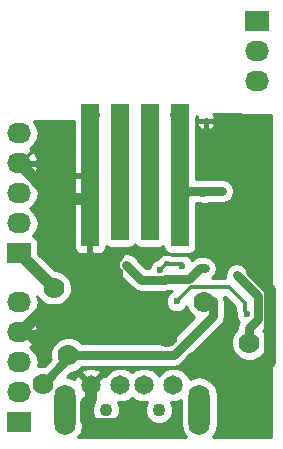
<source format=gbl>
%TF.GenerationSoftware,KiCad,Pcbnew,4.0.7*%
%TF.CreationDate,2018-05-11T17:13:01+01:00*%
%TF.ProjectId,a5v11-mod-01,61357631312D6D6F642D30312E6B6963,rev?*%
%TF.FileFunction,Copper,L2,Bot,Signal*%
%FSLAX46Y46*%
G04 Gerber Fmt 4.6, Leading zero omitted, Abs format (unit mm)*
G04 Created by KiCad (PCBNEW 4.0.7) date Friday, 11 May 2018 'PMt' 17:13:01*
%MOMM*%
%LPD*%
G01*
G04 APERTURE LIST*
%ADD10C,0.100000*%
%ADD11R,2.032000X1.727200*%
%ADD12O,2.032000X1.727200*%
%ADD13C,1.650000*%
%ADD14C,1.100000*%
%ADD15O,1.800000X4.300000*%
%ADD16R,1.500000X12.000000*%
%ADD17R,1.500000X11.500000*%
%ADD18R,0.300000X0.300000*%
%ADD19C,1.500000*%
%ADD20C,0.600000*%
%ADD21C,1.778000*%
%ADD22C,0.304800*%
%ADD23C,1.016000*%
%ADD24C,0.381000*%
%ADD25C,0.762000*%
%ADD26C,0.250000*%
%ADD27C,0.254000*%
G04 APERTURE END LIST*
D10*
D11*
X10612600Y33197400D03*
D12*
X10612600Y30657400D03*
X10612600Y28117400D03*
D11*
X-9597400Y13517400D03*
D12*
X-9597400Y16057400D03*
X-9597400Y18597400D03*
X-9597400Y21137400D03*
X-9597400Y23677400D03*
D11*
X-9597400Y-772600D03*
D12*
X-9597400Y1767400D03*
X-9597400Y4307400D03*
X-9597400Y6847400D03*
X-9597400Y9387400D03*
D13*
X1002600Y2377400D03*
X3502600Y2377400D03*
X-997400Y2377400D03*
X-3497400Y2377400D03*
D14*
X2252600Y277400D03*
X-2247400Y277400D03*
D15*
X-5697400Y277400D03*
X5702600Y277400D03*
D16*
X-3567400Y20127400D03*
X4052600Y20127400D03*
D17*
X1542600Y20377400D03*
X-1057400Y20377400D03*
D18*
X6242600Y24727400D03*
D19*
X3992600Y25227400D03*
X1492600Y25227400D03*
X-1007400Y25227400D03*
X-3507400Y25227400D03*
D20*
X11176000Y20320000D03*
X10414000Y20320000D03*
X10414000Y20320000D03*
X9626600Y20465400D03*
X8356600Y23368000D03*
X7594600Y23368000D03*
X10160000Y14224000D03*
X8890000Y16256000D03*
X5751268Y17616732D03*
X6604000Y23368000D03*
X2252600Y13477400D03*
X10652600Y1177400D03*
D21*
X2919431Y6411973D03*
D20*
X1251929Y8778071D03*
D21*
X5407771Y4383221D03*
D20*
X56880Y9336332D03*
X-7347400Y5227400D03*
D21*
X-6768355Y17296912D03*
D20*
X-3597400Y13327400D03*
X-1947400Y13309857D03*
X-1197400Y13309857D03*
D21*
X9921752Y5958248D03*
D20*
X8852600Y11677400D03*
X-481902Y12536732D03*
X6152600Y12240400D03*
X1711207Y20513461D03*
X-734253Y21448261D03*
X2361276Y12122590D03*
X4255266Y12467400D03*
X9712600Y8417400D03*
X3772598Y9467400D03*
D21*
X6096000Y9398000D03*
D20*
X6004600Y18567400D03*
X6832600Y18796000D03*
X7620000Y18796000D03*
D21*
X-5397400Y4927400D03*
X-6651714Y10571714D03*
X-7565400Y2479340D03*
D22*
X7594600Y23368000D02*
X8356600Y23368000D01*
D23*
X10668000Y3302000D02*
X6488992Y3302000D01*
X6488992Y3302000D02*
X5407771Y4383221D01*
X11684000Y4318000D02*
X10668000Y3302000D01*
X11684000Y10414000D02*
X11684000Y4318000D01*
X10160000Y11938000D02*
X11684000Y10414000D01*
X10160000Y14224000D02*
X10160000Y11938000D01*
D24*
X5751268Y17616732D02*
X7529268Y17616732D01*
X7529268Y17616732D02*
X8890000Y16256000D01*
D25*
X1352600Y7953136D02*
X1251929Y8053807D01*
X1251929Y8053807D02*
X1251929Y8353807D01*
X1251929Y8353807D02*
X1251929Y8778071D01*
D22*
X-5262200Y24277400D02*
X-6305000Y24277400D01*
X-6305000Y24277400D02*
X-9445000Y21137400D01*
X-9445000Y21137400D02*
X-9597400Y21137400D01*
X-5062200Y24477400D02*
X-5262200Y24277400D01*
D23*
X-3567400Y18127400D02*
X-5937867Y18127400D01*
X-5937867Y18127400D02*
X-6768355Y17296912D01*
X-1057801Y-933001D02*
X2600Y127400D01*
X-3897400Y-622600D02*
X-3586999Y-933001D01*
X-3586999Y-933001D02*
X-1057801Y-933001D01*
X-3897400Y810674D02*
X-3897400Y-622600D01*
X-3497400Y2377400D02*
X-3497400Y1210674D01*
X-3497400Y1210674D02*
X-3897400Y810674D01*
X-6768355Y17296912D02*
X-6768355Y18308355D01*
X-6768355Y18308355D02*
X-9597400Y21137400D01*
X-3567400Y15077400D02*
X-3567400Y18127400D01*
D22*
X56880Y9336332D02*
X-927461Y10320673D01*
X-927461Y10320673D02*
X-927461Y12012410D01*
X-927461Y12012410D02*
X-1167712Y12252661D01*
X-1167712Y12252661D02*
X-1167712Y13280169D01*
X-1167712Y13280169D02*
X-1197400Y13309857D01*
D25*
X-8967400Y6847400D02*
X-7347400Y5227400D01*
D23*
X-5780257Y8727000D02*
X-1197400Y13309857D01*
X-7565400Y8727000D02*
X-5780257Y8727000D01*
X-9445000Y6847400D02*
X-7565400Y8727000D01*
X-9597400Y6847400D02*
X-9445000Y6847400D01*
D25*
X-9597400Y6847400D02*
X-8967400Y6847400D01*
D22*
X1952600Y13777400D02*
X2252600Y13477400D01*
X-729857Y13777400D02*
X1952600Y13777400D01*
X-1197400Y13309857D02*
X-729857Y13777400D01*
D25*
X9921752Y7215483D02*
X9921752Y5958248D01*
X10642589Y9887411D02*
X10642589Y7936320D01*
X8852600Y11677400D02*
X10642589Y9887411D01*
X10642589Y7936320D02*
X9921752Y7215483D01*
X765641Y11289189D02*
X-181903Y12236733D01*
X-181903Y12236733D02*
X-481902Y12536732D01*
X2761309Y11289189D02*
X765641Y11289189D01*
X2793075Y11320955D02*
X2761309Y11289189D01*
X5728336Y12240400D02*
X4808891Y11320955D01*
X6152600Y12240400D02*
X5728336Y12240400D01*
X4808891Y11320955D02*
X2793075Y11320955D01*
D22*
X1711207Y20089197D02*
X1711207Y20513461D01*
X1711207Y18546007D02*
X1711207Y20089197D01*
X1542600Y18377400D02*
X1711207Y18546007D01*
X-1057400Y21125114D02*
X-1034252Y21148262D01*
X-1034252Y21148262D02*
X-734253Y21448261D01*
X-1057400Y18377400D02*
X-1057400Y21125114D01*
X4255266Y12630066D02*
X4012600Y12630066D01*
X4012600Y12630066D02*
X2836985Y12630066D01*
D26*
X4255266Y12467400D02*
X4175266Y12467400D01*
X4175266Y12467400D02*
X4012600Y12630066D01*
D22*
X2765793Y12558874D02*
X2765793Y12527107D01*
X2765793Y12527107D02*
X2661275Y12422589D01*
X2661275Y12422589D02*
X2361276Y12122590D01*
X3028506Y12701494D02*
X2908413Y12701494D01*
X2836985Y12630066D02*
X2765793Y12558874D01*
X2908413Y12701494D02*
X2765793Y12558874D01*
X9529018Y9299792D02*
X9529018Y8600982D01*
X9529018Y8600982D02*
X9611388Y8518611D01*
X3772598Y9467400D02*
X4956228Y10651030D01*
X8177780Y10651030D02*
X9529018Y9299792D01*
X4956228Y10651030D02*
X8177780Y10651030D01*
D25*
X6820720Y9457229D02*
X6155229Y9457229D01*
X6155229Y9457229D02*
X6096000Y9398000D01*
X6408336Y18796000D02*
X6832600Y18796000D01*
X4721200Y18796000D02*
X6408336Y18796000D01*
X4052600Y18127400D02*
X4721200Y18796000D01*
X6832600Y18796000D02*
X7620000Y18796000D01*
D23*
X-6651714Y10571714D02*
X-9597400Y13517400D01*
D25*
X6820720Y8199994D02*
X3548126Y4927400D01*
X3548126Y4927400D02*
X-4140165Y4927400D01*
X-4140165Y4927400D02*
X-5397400Y4927400D01*
X-5397400Y4927400D02*
X-5397400Y4647340D01*
X-5397400Y4647340D02*
X-7565400Y2479340D01*
X6820720Y9457229D02*
X6820720Y8199994D01*
X6790891Y9427400D02*
X6820720Y9457229D01*
D27*
G36*
X174497Y1140394D02*
X710914Y917654D01*
X1235167Y917196D01*
X1067806Y514145D01*
X1067394Y42723D01*
X1247420Y-392972D01*
X1580475Y-726609D01*
X2015855Y-907394D01*
X2487277Y-907806D01*
X2922972Y-727780D01*
X3256609Y-394725D01*
X3437394Y40655D01*
X3437806Y512077D01*
X3270246Y917602D01*
X3791738Y917147D01*
X4167600Y1072450D01*
X4167600Y-1027161D01*
X4284445Y-1614580D01*
X4550393Y-2012600D01*
X-4545193Y-2012600D01*
X-4279245Y-1614580D01*
X-4162400Y-1027161D01*
X-4162400Y1065264D01*
X-3720150Y905557D01*
X-3260859Y926768D01*
X-3432194Y514145D01*
X-3432606Y42723D01*
X-3252580Y-392972D01*
X-2919525Y-726609D01*
X-2484145Y-907394D01*
X-2012723Y-907806D01*
X-1577028Y-727780D01*
X-1243391Y-394725D01*
X-1062606Y40655D01*
X-1062194Y512077D01*
X-1229754Y917602D01*
X-708262Y917147D01*
X-171457Y1138951D01*
X2543Y1312648D01*
X174497Y1140394D01*
X174497Y1140394D01*
G37*
X174497Y1140394D02*
X710914Y917654D01*
X1235167Y917196D01*
X1067806Y514145D01*
X1067394Y42723D01*
X1247420Y-392972D01*
X1580475Y-726609D01*
X2015855Y-907394D01*
X2487277Y-907806D01*
X2922972Y-727780D01*
X3256609Y-394725D01*
X3437394Y40655D01*
X3437806Y512077D01*
X3270246Y917602D01*
X3791738Y917147D01*
X4167600Y1072450D01*
X4167600Y-1027161D01*
X4284445Y-1614580D01*
X4550393Y-2012600D01*
X-4545193Y-2012600D01*
X-4279245Y-1614580D01*
X-4162400Y-1027161D01*
X-4162400Y1065264D01*
X-3720150Y905557D01*
X-3260859Y926768D01*
X-3432194Y514145D01*
X-3432606Y42723D01*
X-3252580Y-392972D01*
X-2919525Y-726609D01*
X-2484145Y-907394D01*
X-2012723Y-907806D01*
X-1577028Y-727780D01*
X-1243391Y-394725D01*
X-1062606Y40655D01*
X-1062194Y512077D01*
X-1229754Y917602D01*
X-708262Y917147D01*
X-171457Y1138951D01*
X2543Y1312648D01*
X174497Y1140394D01*
G36*
X11742600Y25274474D02*
X11742600Y-2012600D01*
X6854807Y-2012600D01*
X7120755Y-1614580D01*
X7237600Y-1027161D01*
X7237600Y1581961D01*
X7120755Y2169380D01*
X6788009Y2667370D01*
X6290019Y3000116D01*
X5702600Y3116961D01*
X5115181Y3000116D01*
X4887798Y2848184D01*
X4741049Y3203343D01*
X4330703Y3614406D01*
X3794286Y3837146D01*
X3213462Y3837653D01*
X2676657Y3615849D01*
X2265594Y3205503D01*
X2252844Y3174797D01*
X2241049Y3203343D01*
X1830703Y3614406D01*
X1294286Y3837146D01*
X713462Y3837653D01*
X176657Y3615849D01*
X2657Y3442152D01*
X-169297Y3614406D01*
X-705714Y3837146D01*
X-1286538Y3837653D01*
X-1823343Y3615849D01*
X-2234406Y3205503D01*
X-2254808Y3156369D01*
X-2471547Y3223648D01*
X-3317795Y2377400D01*
X-3303652Y2363257D01*
X-3483257Y2183652D01*
X-3497400Y2197795D01*
X-3511542Y2183652D01*
X-3691147Y2363257D01*
X-3677005Y2377400D01*
X-4523253Y3223648D01*
X-4771963Y3146444D01*
X-4880241Y2846609D01*
X-5109981Y3000116D01*
X-5525193Y3082707D01*
X-5204669Y3403231D01*
X-5095588Y3403136D01*
X-5095305Y3403253D01*
X-4343648Y3403253D01*
X-3497400Y2557005D01*
X-2651152Y3403253D01*
X-2728356Y3651963D01*
X-3274650Y3849243D01*
X-3854856Y3822448D01*
X-4266444Y3651963D01*
X-4343648Y3403253D01*
X-5095305Y3403253D01*
X-4535251Y3634662D01*
X-4258030Y3911400D01*
X3548126Y3911400D01*
X3872426Y3975907D01*
X3936933Y3988738D01*
X4266546Y4208980D01*
X7539141Y7481574D01*
X7759382Y7811187D01*
X7789348Y7961839D01*
X7836720Y8199994D01*
X7836720Y9457229D01*
X7797540Y9654199D01*
X7759382Y9846036D01*
X7747626Y9863630D01*
X7851628Y9863630D01*
X8741618Y8973640D01*
X8741618Y8600982D01*
X8759240Y8512392D01*
X8777602Y8420078D01*
X8777438Y8232233D01*
X8919483Y7888457D01*
X9071328Y7736347D01*
X8983090Y7604290D01*
X8983090Y7604289D01*
X8905752Y7215483D01*
X8905752Y7097403D01*
X8630521Y6822652D01*
X8398017Y6262720D01*
X8397488Y5656436D01*
X8629014Y5096099D01*
X9057348Y4667017D01*
X9617280Y4434513D01*
X10223564Y4433984D01*
X10783901Y4665510D01*
X11212983Y5093844D01*
X11445487Y5653776D01*
X11446016Y6260060D01*
X11214490Y6820397D01*
X11089108Y6945998D01*
X11361009Y7217899D01*
X11581250Y7547513D01*
X11581251Y7547514D01*
X11658589Y7936320D01*
X11658589Y9887411D01*
X11617446Y10094254D01*
X11581251Y10276218D01*
X11361010Y10605831D01*
X9571020Y12395820D01*
X9241407Y12616062D01*
X8852600Y12693399D01*
X8463793Y12616062D01*
X8134180Y12395820D01*
X7913938Y12066207D01*
X7836601Y11677400D01*
X7884134Y11438430D01*
X6745979Y11438430D01*
X6871020Y11521980D01*
X7091262Y11851594D01*
X7168600Y12240400D01*
X7091262Y12629206D01*
X6871020Y12958820D01*
X6541406Y13179062D01*
X6152600Y13256400D01*
X5728336Y13256400D01*
X5339529Y13179062D01*
X5052210Y12987081D01*
X5048383Y12996343D01*
X4785593Y13259592D01*
X4567845Y13350009D01*
X4556591Y13357529D01*
X4543432Y13360146D01*
X4442065Y13402238D01*
X4331338Y13402334D01*
X4255266Y13417466D01*
X3347028Y13417466D01*
X3329831Y13428957D01*
X3028506Y13488894D01*
X2908413Y13488894D01*
X2607088Y13428957D01*
X2351637Y13258270D01*
X2209017Y13115650D01*
X2168127Y13054454D01*
X1832333Y12915707D01*
X1569084Y12652917D01*
X1426438Y12309389D01*
X1426434Y12305189D01*
X1186482Y12305189D01*
X536520Y12955150D01*
X536518Y12955153D01*
X236518Y13255152D01*
X-93095Y13475394D01*
X-481902Y13552731D01*
X-870709Y13475394D01*
X-1200322Y13255152D01*
X-1420564Y12925539D01*
X-1497901Y12536732D01*
X-1420564Y12147925D01*
X-1200322Y11818312D01*
X-900323Y11518312D01*
X-900320Y11518310D01*
X47221Y10570768D01*
X376834Y10350527D01*
X765641Y10273189D01*
X2761309Y10273189D01*
X2921008Y10304955D01*
X3351203Y10304955D01*
X3243655Y10260517D01*
X2980406Y9997727D01*
X2837760Y9654199D01*
X2837436Y9282233D01*
X2979481Y8938457D01*
X3242271Y8675208D01*
X3585799Y8532562D01*
X3957765Y8532238D01*
X4301541Y8674283D01*
X4564790Y8937073D01*
X4601225Y9024818D01*
X4803262Y8535851D01*
X5231596Y8106769D01*
X5273326Y8089441D01*
X3127286Y5943400D01*
X-4258245Y5943400D01*
X-4532996Y6218631D01*
X-5092928Y6451135D01*
X-5699212Y6451664D01*
X-6259549Y6220138D01*
X-6688631Y5791804D01*
X-6921135Y5231872D01*
X-6921664Y4625588D01*
X-6902463Y4579117D01*
X-7478315Y4003265D01*
X-7867212Y4003604D01*
X-7984090Y3955311D01*
X-7914055Y4307400D01*
X-8028129Y4880889D01*
X-8352985Y5367070D01*
X-8662469Y5573861D01*
X-8246668Y5945364D01*
X-7992691Y6472609D01*
X-7990042Y6488374D01*
X-8111183Y6720400D01*
X-9470400Y6720400D01*
X-9470400Y6700400D01*
X-9724400Y6700400D01*
X-9724400Y6720400D01*
X-9744400Y6720400D01*
X-9744400Y6974400D01*
X-9724400Y6974400D01*
X-9724400Y6994400D01*
X-9470400Y6994400D01*
X-9470400Y6974400D01*
X-8111183Y6974400D01*
X-7990042Y7206426D01*
X-7992691Y7222191D01*
X-8246668Y7749436D01*
X-8662469Y8120939D01*
X-8352985Y8327730D01*
X-8028129Y8813911D01*
X-7914055Y9387400D01*
X-8009408Y9866770D01*
X-7944452Y9709565D01*
X-7516118Y9280483D01*
X-6956186Y9047979D01*
X-6349902Y9047450D01*
X-5789565Y9278976D01*
X-5360483Y9707310D01*
X-5127979Y10267242D01*
X-5127450Y10873526D01*
X-5358976Y11433863D01*
X-5787310Y11862945D01*
X-6347242Y12095449D01*
X-6559188Y12095634D01*
X-7933960Y13470406D01*
X-7933960Y14381000D01*
X-7978238Y14616317D01*
X-8117310Y14832441D01*
X-8329510Y14977431D01*
X-8370839Y14985800D01*
X-8352985Y14997730D01*
X-8028129Y15483911D01*
X-7914055Y16057400D01*
X-8028129Y16630889D01*
X-8352985Y17117070D01*
X-8667766Y17327400D01*
X-8352985Y17537730D01*
X-8028129Y18023911D01*
X-7914055Y18597400D01*
X-8028129Y19170889D01*
X-8352985Y19657070D01*
X-8629227Y19841650D01*
X-4952400Y19841650D01*
X-4952400Y14001090D01*
X-4855727Y13767701D01*
X-4677098Y13589073D01*
X-4443709Y13492400D01*
X-3853150Y13492400D01*
X-3694400Y13651150D01*
X-3694400Y20000400D01*
X-4793650Y20000400D01*
X-4952400Y19841650D01*
X-8629227Y19841650D01*
X-8662469Y19863861D01*
X-8246668Y20235364D01*
X-7992691Y20762609D01*
X-7990042Y20778374D01*
X-8111183Y21010400D01*
X-9470400Y21010400D01*
X-9470400Y20990400D01*
X-9724400Y20990400D01*
X-9724400Y21010400D01*
X-9744400Y21010400D01*
X-9744400Y21264400D01*
X-9724400Y21264400D01*
X-9724400Y21284400D01*
X-9470400Y21284400D01*
X-9470400Y21264400D01*
X-8111183Y21264400D01*
X-7990042Y21496426D01*
X-7992691Y21512191D01*
X-8246668Y22039436D01*
X-8662469Y22410939D01*
X-8352985Y22617730D01*
X-8028129Y23103911D01*
X-7914055Y23677400D01*
X-8028129Y24250889D01*
X-8321534Y24690000D01*
X-4952400Y24690000D01*
X-4952400Y20413150D01*
X-4793650Y20254400D01*
X-3694400Y20254400D01*
X-3694400Y20274400D01*
X-3440400Y20274400D01*
X-3440400Y20254400D01*
X-3420400Y20254400D01*
X-3420400Y20000400D01*
X-3440400Y20000400D01*
X-3440400Y13651150D01*
X-3281650Y13492400D01*
X-2691091Y13492400D01*
X-2457702Y13589073D01*
X-2279073Y13767701D01*
X-2182400Y14001090D01*
X-2182400Y14115086D01*
X-2059290Y14030969D01*
X-1807400Y13979960D01*
X-307400Y13979960D01*
X-72083Y14024238D01*
X144041Y14163310D01*
X243233Y14308483D01*
X328510Y14175959D01*
X540710Y14030969D01*
X792600Y13979960D01*
X2292600Y13979960D01*
X2527917Y14024238D01*
X2658732Y14108415D01*
X2699438Y13892083D01*
X2838510Y13675959D01*
X3050710Y13530969D01*
X3302600Y13479960D01*
X4802600Y13479960D01*
X5037917Y13524238D01*
X5254041Y13663310D01*
X5399031Y13875510D01*
X5450040Y14127400D01*
X5450040Y17780000D01*
X5469489Y17780000D01*
X5474273Y17775208D01*
X5817801Y17632562D01*
X6189767Y17632238D01*
X6533543Y17774283D01*
X6539270Y17780000D01*
X7620000Y17780000D01*
X8008806Y17857338D01*
X8338420Y18077580D01*
X8558662Y18407194D01*
X8636000Y18796000D01*
X8558662Y19184806D01*
X8338420Y19514420D01*
X8008806Y19734662D01*
X7620000Y19812000D01*
X5450040Y19812000D01*
X5450040Y24493650D01*
X5457600Y24493650D01*
X5457600Y24451090D01*
X5554273Y24217701D01*
X5732902Y24039073D01*
X5966291Y23942400D01*
X6008850Y23942400D01*
X6167600Y24101150D01*
X6167600Y24652400D01*
X6317600Y24652400D01*
X6317600Y24101150D01*
X6476350Y23942400D01*
X6518909Y23942400D01*
X6752298Y24039073D01*
X6930927Y24217701D01*
X7027600Y24451090D01*
X7027600Y24493650D01*
X6868850Y24652400D01*
X6317600Y24652400D01*
X6167600Y24652400D01*
X5616350Y24652400D01*
X5457600Y24493650D01*
X5450040Y24493650D01*
X5450040Y25103361D01*
X5503262Y25113948D01*
X5457600Y25003710D01*
X5457600Y24961150D01*
X5616350Y24802400D01*
X6167600Y24802400D01*
X6167600Y24874400D01*
X6317600Y24874400D01*
X6317600Y24802400D01*
X6868850Y24802400D01*
X7027600Y24961150D01*
X7027600Y25003710D01*
X6930927Y25237099D01*
X6877589Y25290437D01*
X11742600Y25274474D01*
X11742600Y25274474D01*
G37*
X11742600Y25274474D02*
X11742600Y-2012600D01*
X6854807Y-2012600D01*
X7120755Y-1614580D01*
X7237600Y-1027161D01*
X7237600Y1581961D01*
X7120755Y2169380D01*
X6788009Y2667370D01*
X6290019Y3000116D01*
X5702600Y3116961D01*
X5115181Y3000116D01*
X4887798Y2848184D01*
X4741049Y3203343D01*
X4330703Y3614406D01*
X3794286Y3837146D01*
X3213462Y3837653D01*
X2676657Y3615849D01*
X2265594Y3205503D01*
X2252844Y3174797D01*
X2241049Y3203343D01*
X1830703Y3614406D01*
X1294286Y3837146D01*
X713462Y3837653D01*
X176657Y3615849D01*
X2657Y3442152D01*
X-169297Y3614406D01*
X-705714Y3837146D01*
X-1286538Y3837653D01*
X-1823343Y3615849D01*
X-2234406Y3205503D01*
X-2254808Y3156369D01*
X-2471547Y3223648D01*
X-3317795Y2377400D01*
X-3303652Y2363257D01*
X-3483257Y2183652D01*
X-3497400Y2197795D01*
X-3511542Y2183652D01*
X-3691147Y2363257D01*
X-3677005Y2377400D01*
X-4523253Y3223648D01*
X-4771963Y3146444D01*
X-4880241Y2846609D01*
X-5109981Y3000116D01*
X-5525193Y3082707D01*
X-5204669Y3403231D01*
X-5095588Y3403136D01*
X-5095305Y3403253D01*
X-4343648Y3403253D01*
X-3497400Y2557005D01*
X-2651152Y3403253D01*
X-2728356Y3651963D01*
X-3274650Y3849243D01*
X-3854856Y3822448D01*
X-4266444Y3651963D01*
X-4343648Y3403253D01*
X-5095305Y3403253D01*
X-4535251Y3634662D01*
X-4258030Y3911400D01*
X3548126Y3911400D01*
X3872426Y3975907D01*
X3936933Y3988738D01*
X4266546Y4208980D01*
X7539141Y7481574D01*
X7759382Y7811187D01*
X7789348Y7961839D01*
X7836720Y8199994D01*
X7836720Y9457229D01*
X7797540Y9654199D01*
X7759382Y9846036D01*
X7747626Y9863630D01*
X7851628Y9863630D01*
X8741618Y8973640D01*
X8741618Y8600982D01*
X8759240Y8512392D01*
X8777602Y8420078D01*
X8777438Y8232233D01*
X8919483Y7888457D01*
X9071328Y7736347D01*
X8983090Y7604290D01*
X8983090Y7604289D01*
X8905752Y7215483D01*
X8905752Y7097403D01*
X8630521Y6822652D01*
X8398017Y6262720D01*
X8397488Y5656436D01*
X8629014Y5096099D01*
X9057348Y4667017D01*
X9617280Y4434513D01*
X10223564Y4433984D01*
X10783901Y4665510D01*
X11212983Y5093844D01*
X11445487Y5653776D01*
X11446016Y6260060D01*
X11214490Y6820397D01*
X11089108Y6945998D01*
X11361009Y7217899D01*
X11581250Y7547513D01*
X11581251Y7547514D01*
X11658589Y7936320D01*
X11658589Y9887411D01*
X11617446Y10094254D01*
X11581251Y10276218D01*
X11361010Y10605831D01*
X9571020Y12395820D01*
X9241407Y12616062D01*
X8852600Y12693399D01*
X8463793Y12616062D01*
X8134180Y12395820D01*
X7913938Y12066207D01*
X7836601Y11677400D01*
X7884134Y11438430D01*
X6745979Y11438430D01*
X6871020Y11521980D01*
X7091262Y11851594D01*
X7168600Y12240400D01*
X7091262Y12629206D01*
X6871020Y12958820D01*
X6541406Y13179062D01*
X6152600Y13256400D01*
X5728336Y13256400D01*
X5339529Y13179062D01*
X5052210Y12987081D01*
X5048383Y12996343D01*
X4785593Y13259592D01*
X4567845Y13350009D01*
X4556591Y13357529D01*
X4543432Y13360146D01*
X4442065Y13402238D01*
X4331338Y13402334D01*
X4255266Y13417466D01*
X3347028Y13417466D01*
X3329831Y13428957D01*
X3028506Y13488894D01*
X2908413Y13488894D01*
X2607088Y13428957D01*
X2351637Y13258270D01*
X2209017Y13115650D01*
X2168127Y13054454D01*
X1832333Y12915707D01*
X1569084Y12652917D01*
X1426438Y12309389D01*
X1426434Y12305189D01*
X1186482Y12305189D01*
X536520Y12955150D01*
X536518Y12955153D01*
X236518Y13255152D01*
X-93095Y13475394D01*
X-481902Y13552731D01*
X-870709Y13475394D01*
X-1200322Y13255152D01*
X-1420564Y12925539D01*
X-1497901Y12536732D01*
X-1420564Y12147925D01*
X-1200322Y11818312D01*
X-900323Y11518312D01*
X-900320Y11518310D01*
X47221Y10570768D01*
X376834Y10350527D01*
X765641Y10273189D01*
X2761309Y10273189D01*
X2921008Y10304955D01*
X3351203Y10304955D01*
X3243655Y10260517D01*
X2980406Y9997727D01*
X2837760Y9654199D01*
X2837436Y9282233D01*
X2979481Y8938457D01*
X3242271Y8675208D01*
X3585799Y8532562D01*
X3957765Y8532238D01*
X4301541Y8674283D01*
X4564790Y8937073D01*
X4601225Y9024818D01*
X4803262Y8535851D01*
X5231596Y8106769D01*
X5273326Y8089441D01*
X3127286Y5943400D01*
X-4258245Y5943400D01*
X-4532996Y6218631D01*
X-5092928Y6451135D01*
X-5699212Y6451664D01*
X-6259549Y6220138D01*
X-6688631Y5791804D01*
X-6921135Y5231872D01*
X-6921664Y4625588D01*
X-6902463Y4579117D01*
X-7478315Y4003265D01*
X-7867212Y4003604D01*
X-7984090Y3955311D01*
X-7914055Y4307400D01*
X-8028129Y4880889D01*
X-8352985Y5367070D01*
X-8662469Y5573861D01*
X-8246668Y5945364D01*
X-7992691Y6472609D01*
X-7990042Y6488374D01*
X-8111183Y6720400D01*
X-9470400Y6720400D01*
X-9470400Y6700400D01*
X-9724400Y6700400D01*
X-9724400Y6720400D01*
X-9744400Y6720400D01*
X-9744400Y6974400D01*
X-9724400Y6974400D01*
X-9724400Y6994400D01*
X-9470400Y6994400D01*
X-9470400Y6974400D01*
X-8111183Y6974400D01*
X-7990042Y7206426D01*
X-7992691Y7222191D01*
X-8246668Y7749436D01*
X-8662469Y8120939D01*
X-8352985Y8327730D01*
X-8028129Y8813911D01*
X-7914055Y9387400D01*
X-8009408Y9866770D01*
X-7944452Y9709565D01*
X-7516118Y9280483D01*
X-6956186Y9047979D01*
X-6349902Y9047450D01*
X-5789565Y9278976D01*
X-5360483Y9707310D01*
X-5127979Y10267242D01*
X-5127450Y10873526D01*
X-5358976Y11433863D01*
X-5787310Y11862945D01*
X-6347242Y12095449D01*
X-6559188Y12095634D01*
X-7933960Y13470406D01*
X-7933960Y14381000D01*
X-7978238Y14616317D01*
X-8117310Y14832441D01*
X-8329510Y14977431D01*
X-8370839Y14985800D01*
X-8352985Y14997730D01*
X-8028129Y15483911D01*
X-7914055Y16057400D01*
X-8028129Y16630889D01*
X-8352985Y17117070D01*
X-8667766Y17327400D01*
X-8352985Y17537730D01*
X-8028129Y18023911D01*
X-7914055Y18597400D01*
X-8028129Y19170889D01*
X-8352985Y19657070D01*
X-8629227Y19841650D01*
X-4952400Y19841650D01*
X-4952400Y14001090D01*
X-4855727Y13767701D01*
X-4677098Y13589073D01*
X-4443709Y13492400D01*
X-3853150Y13492400D01*
X-3694400Y13651150D01*
X-3694400Y20000400D01*
X-4793650Y20000400D01*
X-4952400Y19841650D01*
X-8629227Y19841650D01*
X-8662469Y19863861D01*
X-8246668Y20235364D01*
X-7992691Y20762609D01*
X-7990042Y20778374D01*
X-8111183Y21010400D01*
X-9470400Y21010400D01*
X-9470400Y20990400D01*
X-9724400Y20990400D01*
X-9724400Y21010400D01*
X-9744400Y21010400D01*
X-9744400Y21264400D01*
X-9724400Y21264400D01*
X-9724400Y21284400D01*
X-9470400Y21284400D01*
X-9470400Y21264400D01*
X-8111183Y21264400D01*
X-7990042Y21496426D01*
X-7992691Y21512191D01*
X-8246668Y22039436D01*
X-8662469Y22410939D01*
X-8352985Y22617730D01*
X-8028129Y23103911D01*
X-7914055Y23677400D01*
X-8028129Y24250889D01*
X-8321534Y24690000D01*
X-4952400Y24690000D01*
X-4952400Y20413150D01*
X-4793650Y20254400D01*
X-3694400Y20254400D01*
X-3694400Y20274400D01*
X-3440400Y20274400D01*
X-3440400Y20254400D01*
X-3420400Y20254400D01*
X-3420400Y20000400D01*
X-3440400Y20000400D01*
X-3440400Y13651150D01*
X-3281650Y13492400D01*
X-2691091Y13492400D01*
X-2457702Y13589073D01*
X-2279073Y13767701D01*
X-2182400Y14001090D01*
X-2182400Y14115086D01*
X-2059290Y14030969D01*
X-1807400Y13979960D01*
X-307400Y13979960D01*
X-72083Y14024238D01*
X144041Y14163310D01*
X243233Y14308483D01*
X328510Y14175959D01*
X540710Y14030969D01*
X792600Y13979960D01*
X2292600Y13979960D01*
X2527917Y14024238D01*
X2658732Y14108415D01*
X2699438Y13892083D01*
X2838510Y13675959D01*
X3050710Y13530969D01*
X3302600Y13479960D01*
X4802600Y13479960D01*
X5037917Y13524238D01*
X5254041Y13663310D01*
X5399031Y13875510D01*
X5450040Y14127400D01*
X5450040Y17780000D01*
X5469489Y17780000D01*
X5474273Y17775208D01*
X5817801Y17632562D01*
X6189767Y17632238D01*
X6533543Y17774283D01*
X6539270Y17780000D01*
X7620000Y17780000D01*
X8008806Y17857338D01*
X8338420Y18077580D01*
X8558662Y18407194D01*
X8636000Y18796000D01*
X8558662Y19184806D01*
X8338420Y19514420D01*
X8008806Y19734662D01*
X7620000Y19812000D01*
X5450040Y19812000D01*
X5450040Y24493650D01*
X5457600Y24493650D01*
X5457600Y24451090D01*
X5554273Y24217701D01*
X5732902Y24039073D01*
X5966291Y23942400D01*
X6008850Y23942400D01*
X6167600Y24101150D01*
X6167600Y24652400D01*
X6317600Y24652400D01*
X6317600Y24101150D01*
X6476350Y23942400D01*
X6518909Y23942400D01*
X6752298Y24039073D01*
X6930927Y24217701D01*
X7027600Y24451090D01*
X7027600Y24493650D01*
X6868850Y24652400D01*
X6317600Y24652400D01*
X6167600Y24652400D01*
X5616350Y24652400D01*
X5457600Y24493650D01*
X5450040Y24493650D01*
X5450040Y25103361D01*
X5503262Y25113948D01*
X5457600Y25003710D01*
X5457600Y24961150D01*
X5616350Y24802400D01*
X6167600Y24802400D01*
X6167600Y24874400D01*
X6317600Y24874400D01*
X6317600Y24802400D01*
X6868850Y24802400D01*
X7027600Y24961150D01*
X7027600Y25003710D01*
X6930927Y25237099D01*
X6877589Y25290437D01*
X11742600Y25274474D01*
M02*

</source>
